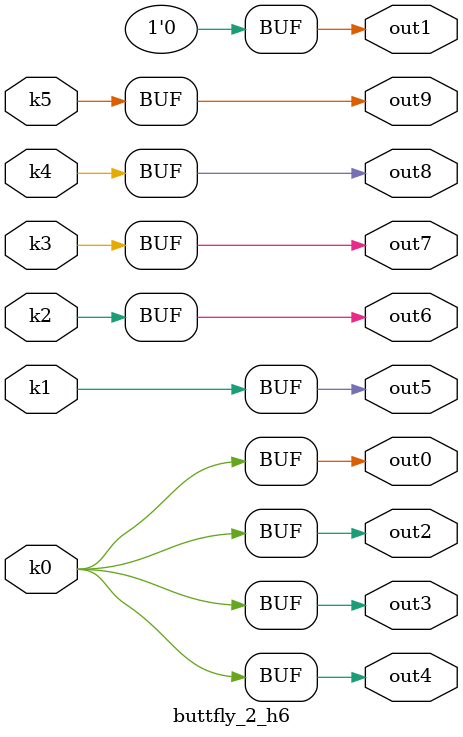
<source format=v>
module buttfly_2(pi00, pi01, pi02, pi03, pi04, pi05, pi06, pi07, pi08, pi09, po00, po01, po02, po03, po04, po05, po06, po07, po08, po09);
input pi00, pi01, pi02, pi03, pi04, pi05, pi06, pi07, pi08, pi09;
output po00, po01, po02, po03, po04, po05, po06, po07, po08, po09;
wire k0, k1, k2, k3, k4, k5;
buttfly_2_w6 DUT1 (pi00, pi01, pi02, pi03, pi04, pi05, pi06, pi07, pi08, pi09, k0, k1, k2, k3, k4, k5);
buttfly_2_h6 DUT2 (k0, k1, k2, k3, k4, k5, po00, po01, po02, po03, po04, po05, po06, po07, po08, po09);
endmodule

module buttfly_2_w6(in9, in8, in7, in6, in5, in4, in3, in2, in1, in0, k5, k4, k3, k2, k1, k0);
input in9, in8, in7, in6, in5, in4, in3, in2, in1, in0;
output k5, k4, k3, k2, k1, k0;
assign k0 =   (in1 & (in9 ^ in6)) | (in0 & (~in9 ^ in6));
assign k1 =   (((~in9 & (~in6 | in2)) | (~in6 & in2)) & (~in7 | ~in4) & (~in8 | ~in5)) | (~in8 & ~in5 & (~in7 | ~in4)) | (~in7 & ~in4);
assign k2 =   (((in9 & (in6 | in3)) | (in6 & in3)) & (in7 | in4) & (in8 | in5)) | (in8 & in5 & (in7 | in4)) | (in7 & in4);
assign k3 =   ((in7 ^ in4) & (((in8 | in5) & ((in3 & (in9 | in6)) | (in9 & in6))) | (in8 & in5))) | ((~in8 | ~in5) & ((~in9 & ~in6) | (in2 & (~in9 | ~in6))) & (~in7 ^ in4)) | (~in8 & ~in5 & (~in7 ^ in4));
assign k4 =   ((in8 ^ in5) & ((in3 & (in9 | in6)) | (in9 & in6))) | (((~in9 & ~in6) | (in2 & (~in9 | ~in6))) & (~in8 ^ in5));
assign k5 =   (in3 & (in9 ^ in6)) | (in2 & (~in9 ^ in6));
endmodule

module buttfly_2_h6(k5, k4, k3, k2, k1, k0, out9, out8, out7, out6, out5, out4, out3, out2, out1, out0);
input k5, k4, k3, k2, k1, k0;
output out9, out8, out7, out6, out5, out4, out3, out2, out1, out0;
assign out0 = k0;
assign out1 = 0;
assign out2 = k0;
assign out3 = k0;
assign out4 = k0;
assign out5 = k1;
assign out6 = k2;
assign out7 = k3;
assign out8 = k4;
assign out9 = k5;
endmodule

</source>
